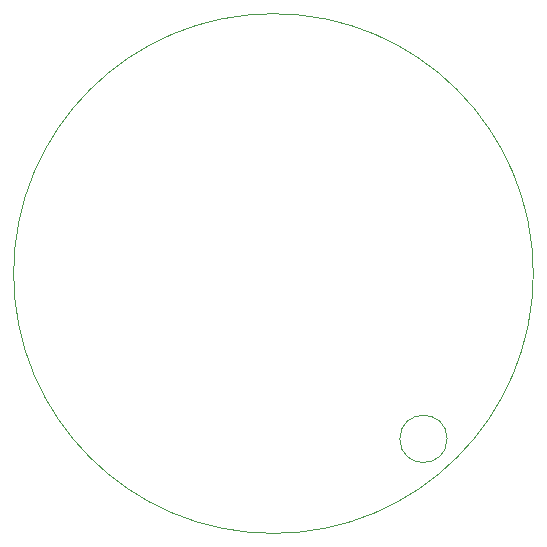
<source format=gbr>
G04 #@! TF.FileFunction,Profile,NP*
%FSLAX46Y46*%
G04 Gerber Fmt 4.6, Leading zero omitted, Abs format (unit mm)*
G04 Created by KiCad (PCBNEW 4.0.6) date 04/30/18 18:34:22*
%MOMM*%
%LPD*%
G01*
G04 APERTURE LIST*
%ADD10C,0.100000*%
G04 APERTURE END LIST*
D10*
X22000000Y0D02*
G75*
G03X22000000Y0I-22000000J0D01*
G01*
X14700000Y-14000000D02*
G75*
G03X14700000Y-14000000I-2000000J0D01*
G01*
M02*

</source>
